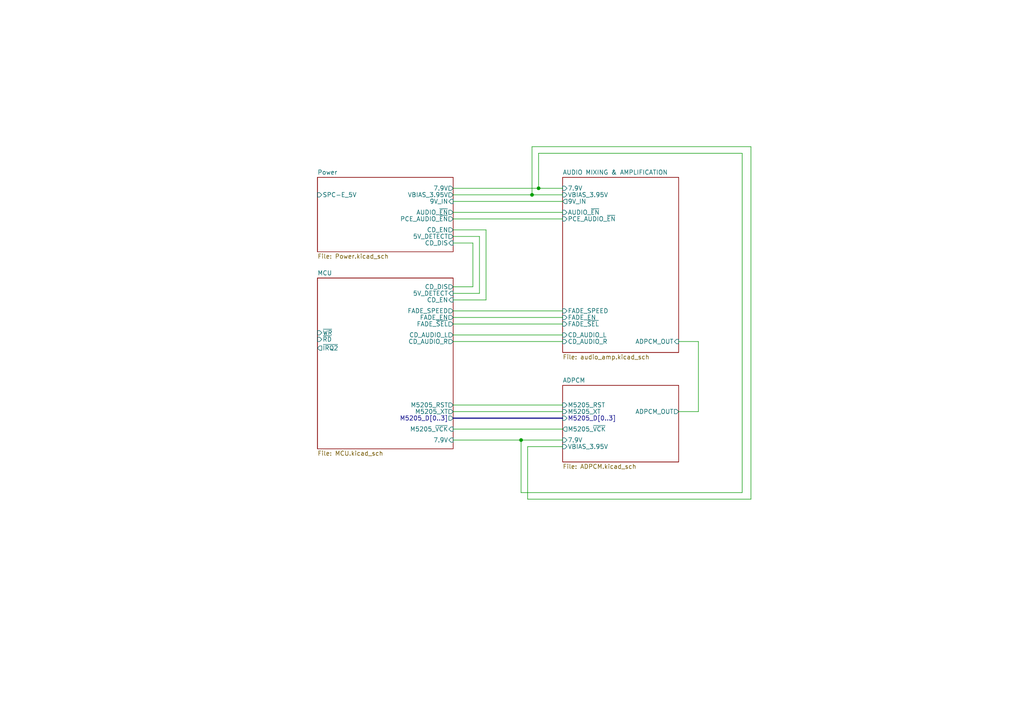
<source format=kicad_sch>
(kicad_sch (version 20211123) (generator eeschema)
  (paper "A4")
  (title_block (title "NEC PC-Engine IFU-30") (date "2022-10-21") (rev "0.1"))
  (lib_symbols)
  (junction (at 154.305 56.515))
  (junction (at 156.21 54.61))
  (junction (at 151.13 127.635))
  (wire (pts (xy 131.445 117.475) (xy 163.195 117.475)))
  (wire (pts (xy 153.035 144.78) (xy 153.035 129.54)))
  (wire (pts (xy 131.445 58.42) (xy 163.195 58.42)))
  (wire (pts (xy 131.445 93.98) (xy 163.195 93.98)))
  (wire (pts (xy 131.445 97.155) (xy 163.195 97.155)))
  (wire (pts (xy 196.85 99.06) (xy 202.565 99.06)))
  (wire (pts (xy 131.445 83.185) (xy 137.16 83.185)))
  (wire (pts (xy 156.21 54.61) (xy 163.195 54.61)))
  (wire (pts (xy 140.97 86.995) (xy 140.97 66.675)))
  (wire (pts (xy 131.445 54.61) (xy 156.21 54.61)))
  (wire (pts (xy 196.85 119.38) (xy 202.565 119.38)))
  (wire (pts (xy 151.13 142.875) (xy 151.13 127.635)))
  (wire (pts (xy 156.21 44.45) (xy 156.21 54.61)))
  (wire (pts (xy 151.13 127.635) (xy 163.195 127.635)))
  (wire (pts (xy 217.805 144.78) (xy 153.035 144.78)))
  (wire (pts (xy 215.265 142.875) (xy 151.13 142.875)))
  (wire (pts (xy 154.305 56.515) (xy 154.305 42.545)))
  (wire (pts (xy 131.445 90.17) (xy 163.195 90.17)))
  (wire (pts (xy 217.805 42.545) (xy 217.805 144.78)))
  (bus (pts (xy 131.445 121.285) (xy 163.195 121.285)))
  (wire (pts (xy 131.445 92.075) (xy 163.195 92.075)))
  (wire (pts (xy 131.445 61.595) (xy 163.195 61.595)))
  (wire (pts (xy 131.445 66.675) (xy 140.97 66.675)))
  (wire (pts (xy 154.305 56.515) (xy 163.195 56.515)))
  (wire (pts (xy 154.305 42.545) (xy 217.805 42.545)))
  (wire (pts (xy 131.445 68.58) (xy 139.065 68.58)))
  (wire (pts (xy 202.565 119.38) (xy 202.565 99.06)))
  (wire (pts (xy 156.21 44.45) (xy 215.265 44.45)))
  (wire (pts (xy 131.445 99.06) (xy 163.195 99.06)))
  (wire (pts (xy 137.16 83.185) (xy 137.16 70.485)))
  (wire (pts (xy 139.065 68.58) (xy 139.065 85.09)))
  (wire (pts (xy 131.445 56.515) (xy 154.305 56.515)))
  (wire (pts (xy 131.445 124.46) (xy 163.195 124.46)))
  (wire (pts (xy 131.445 86.995) (xy 140.97 86.995)))
  (wire (pts (xy 131.445 63.5) (xy 163.195 63.5)))
  (wire (pts (xy 137.16 70.485) (xy 131.445 70.485)))
  (wire (pts (xy 131.445 127.635) (xy 151.13 127.635)))
  (wire (pts (xy 215.265 44.45) (xy 215.265 142.875)))
  (wire (pts (xy 139.065 85.09) (xy 131.445 85.09)))
  (wire (pts (xy 153.035 129.54) (xy 163.195 129.54)))
  (wire (pts (xy 131.445 119.38) (xy 163.195 119.38)))
  (sheet (at 92.075 51.435) (size 39.37 21.59) (stroke (width 0.1524))
    (property "Sheet name" "Power" (at 92.075 50.7234 0) (effects (justify left bottom)))
    (property "Sheet file" "Power.kicad_sch" (at 92.075 73.6096 0) (effects (justify left top)))
    (pin "SPC-E_5V" input (at 92.075 56.515 180))
    (pin "CD_DIS" input (at 131.445 70.485 0))
    (pin "VBIAS_3.95V" output (at 131.445 56.515 0))
    (pin "7.9V" output (at 131.445 54.61 0))
    (pin "9V_IN" input (at 131.445 58.42 0))
    (pin "PCE_AUDIO_~{EN}" output (at 131.445 63.5 0))
    (pin "CD_EN" output (at 131.445 66.675 0))
    (pin "AUDIO_~{EN}" output (at 131.445 61.595 0))
    (pin "5V_DETECT" output (at 131.445 68.58 0))
  )
  (sheet (at 92.075 80.645) (size 39.37 49.53) (stroke (width 0.1524))
    (property "Sheet name" "MCU" (at 92.075 79.9334 0) (effects (justify left bottom)))
    (property "Sheet file" "MCU.kicad_sch" (at 92.075 130.7596 0) (effects (justify left top)))
    (pin "~{WR}" input (at 92.075 96.52 180))
    (pin "~{RD}" input (at 92.075 98.425 180))
    (pin "7.9V" input (at 131.445 127.635 0))
    (pin "CD_AUDIO_R" output (at 131.445 99.06 0))
    (pin "CD_AUDIO_L" output (at 131.445 97.155 0))
    (pin "~{IRQ2}" output (at 92.075 100.965 180))
    (pin "5V_DETECT" input (at 131.445 85.09 0))
    (pin "M5205_XT" output (at 131.445 119.38 0))
    (pin "M5205_~{VCK}" input (at 131.445 124.46 0))
    (pin "M5205_D[0..3]" output (at 131.445 121.285 0))
    (pin "M5205_RST" output (at 131.445 117.475 0))
    (pin "CD_EN" input (at 131.445 86.995 0))
    (pin "FADE_SPEED" output (at 131.445 90.17 0))
    (pin "CD_DIS" output (at 131.445 83.185 0))
    (pin "FADE_EN" output (at 131.445 92.075 0))
    (pin "FADE_~{SEL}" output (at 131.445 93.98 0))
  )
  (sheet (at 163.195 111.76) (size 33.655 22.225) (stroke (width 0.1524))
    (property "Sheet name" "ADPCM" (at 163.195 111.0484 0) (effects (justify left bottom)))
    (property "Sheet file" "ADPCM.kicad_sch" (at 163.195 134.5696 0) (effects (justify left top)))
    (pin "7.9V" input (at 163.195 127.635 180))
    (pin "M5205_~{VCK}" output (at 163.195 124.46 180))
    (pin "M5205_RST" input (at 163.195 117.475 180))
    (pin "M5205_XT" input (at 163.195 119.38 180))
    (pin "M5205_D[0..3]" input (at 163.195 121.285 180))
    (pin "ADPCM_OUT" output (at 196.85 119.38 0))
    (pin "VBIAS_3.95V" input (at 163.195 129.54 180))
  )
  (sheet (at 163.195 51.435) (size 33.655 50.8) (stroke (width 0.1524))
    (property "Sheet name" "AUDIO MIXING & AMPLIFICATION" (at 163.195 50.7234 0) (effects (justify left bottom)))
    (property "Sheet file" "audio_amp.kicad_sch" (at 163.195 102.8196 0) (effects (justify left top)))
    (pin "9V_IN" output (at 163.195 58.42 180))
    (pin "AUDIO_~{EN}" input (at 163.195 61.595 180))
    (pin "VBIAS_3.95V" input (at 163.195 56.515 180))
    (pin "CD_AUDIO_R" input (at 163.195 99.06 180))
    (pin "CD_AUDIO_L" input (at 163.195 97.155 180))
    (pin "FADE_SPEED" input (at 163.195 90.17 180))
    (pin "FADE_~{SEL}" input (at 163.195 93.98 180))
    (pin "FADE_EN" input (at 163.195 92.075 180))
    (pin "7.9V" input (at 163.195 54.61 180))
    (pin "PCE_AUDIO_~{EN}" input (at 163.195 63.5 180))
    (pin "ADPCM_OUT" input (at 196.85 99.06 0))
  )
)
</source>
